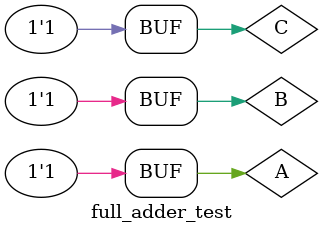
<source format=v>
`timescale 10ns/ 1ns
module full_adder_test;
	reg A,B,C;
	wire S,Cy;
	
	full_adder uut(.A(A),.B(B),.C(C),.S(S),.Cy(Cy));
	
	initial begin
	A=0;
	B=0;
	C=0;
	
	#2 A=1;
	#2 B=1;
	#2 C=1;
	#4;
	end
	 
	initial begin
	$monitor("A=%d,B=%d,C=%d,S=%d,Cy=%d \n",A,B,C,S,Cy);
	end
endmodule
</source>
